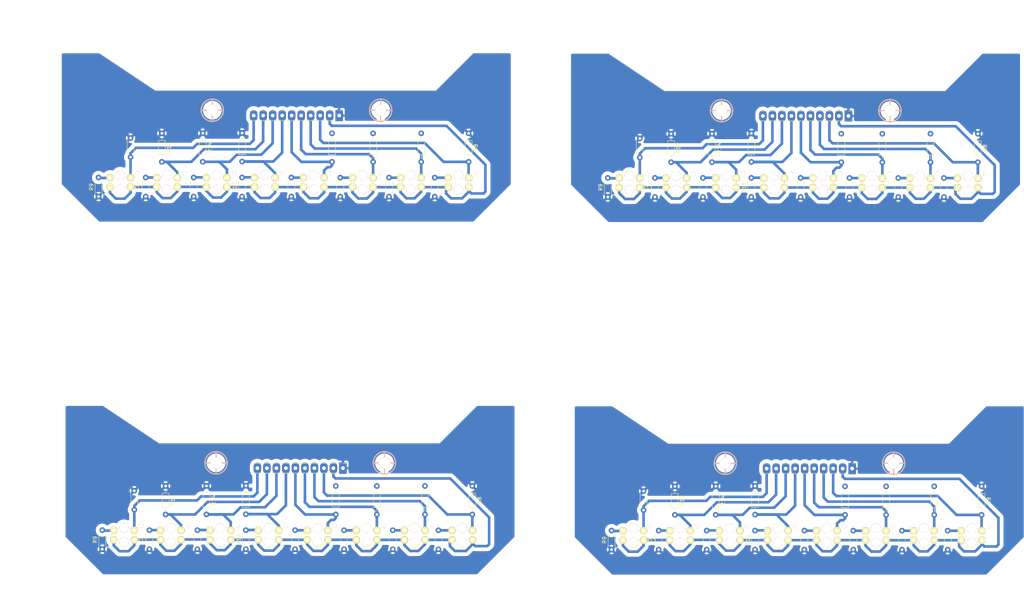
<source format=kicad_pcb>
(kicad_pcb (version 20240108) (generator "pcbnew") (generator_version "8.0")
  (layers (0 "F.Cu" signal) (31 "B.Cu" signal) (34 "B.Paste" user) (35 "F.Paste" user) (36 "B.SilkS" user "B.Silkscreen") (37 "F.SilkS" user "F.Silkscreen") (38 "B.Mask" user) (39 "F.Mask" user) (44 "Edge.Cuts" user))
  (net 0 "")
  (net 1 "+5V")
  (net 2 "GND")
  (net 3 "/OUT2")
  (net 4 "/OUT3")
  (net 5 "/OUT4")
  (net 6 "/OUT5")
  (net 7 "/OUT6")
  (net 8 "/OUT7")
  (net 9 "/OUT8")
  (net 10 "Net-(R9-Pad2)")
  (net 11 "Net-(R1-Pad2)")
  (net 12 "Net-(R3-Pad2)")
  (net 13 "Net-(R5-Pad2)")
  (net 14 "/OUT1")
  (net 15 "Net-(R7-Pad2)")
  (net 16 "Net-(R11-Pad2)")
  (net 17 "Net-(R13-Pad2)")
  (net 18 "Net-(R15-Pad2)")
  (footprint "Resistor_THT:R_Axial_DIN0204_L3.6mm_D1.6mm_P7.62mm_Horizontal" (layer "F.Cu") (at 206.921 54.19 -90)
    (property "Reference" "R16" (hide yes))
    (property "Value" "1k" (hide yes))
  )
  (footprint "Resistor_THT:R_Axial_DIN0204_L3.6mm_D1.6mm_P7.62mm_Horizontal" (layer "F.Cu") (at 118.681 54.164 -90)
    (property "Reference" "R2" (hide yes))
    (property "Value" "1k" (hide yes))
  )
  (footprint "EESTN5 huellas:Tornillo_M3_8mm" (layer "F.Cu") (at 198.952 48.09)
    (property "Reference" "J1" (hide yes))
    (property "Value" "Cable_PAD" (hide yes))
  )
  (footprint "EESTN5:TCRT5000" (layer "F.Cu") (at 116.931 161.544 180)
    (property "Reference" "U3" (hide yes))
    (property "Value" "TCRT5000" (hide yes))
  )
  (footprint "Resistor_THT:R_Axial_DIN0204_L3.6mm_D1.6mm_P7.62mm_Horizontal" (layer "F.Cu") (at 230.951 54.27 -90)
    (property "Reference" "R4" (hide yes))
    (property "Value" "1k" (hide yes))
  )
  (footprint "Resistor_THT:R_Axial_DIN0204_L3.6mm_D1.6mm_P5.08mm_Horizontal" (layer "F.Cu") (at 169.551 165.41 90)
    (property "Reference" "R9")
    (property "Value" "330")
  )
  (footprint "EESTN5 huellas:Tornillo_M3_8mm" (layer "F.Cu") (at 108.845 142.234)
    (property "Reference" "J3" (hide yes))
    (property "Value" "Cable_PAD" (hide yes))
  )
  (footprint "Resistor_THT:R_Axial_DIN0204_L3.6mm_D1.6mm_P7.62mm_Horizontal" (layer "F.Cu") (at 49.364 54.164 -90)
    (property "Reference" "R12")
    (property "Value" "1k")
  )
  (footprint "Resistor_THT:R_Axial_DIN0204_L3.6mm_D1.6mm_P7.62mm_Horizontal" (layer "F.Cu") (at 268.451 148.52 -90)
    (property "Reference" "R8")
    (property "Value" "1k")
  )
  (footprint "Resistor_THT:R_Axial_DIN0204_L3.6mm_D1.6mm_P7.62mm_Horizontal" (layer "F.Cu") (at 231.951 148.52 -90)
    (property "Reference" "R4" (hide yes))
    (property "Value" "1k" (hide yes))
  )
  (footprint "EESTN5:TCRT5000" (layer "F.Cu") (at 201.114931 161.63 180)
    (property "Reference" "U9" (hide yes))
    (property "Value" "TCRT5000" (hide yes))
  )
  (footprint "EESTN5:TCRT5000" (layer "F.Cu") (at 265.751 161.65 180)
    (property "Reference" "U6" (hide yes))
    (property "Value" "TCRT5000" (hide yes))
  )
  (footprint "EESTN5:TCRT5000" (layer "F.Cu") (at 77.880213 161.524 180)
    (property "Reference" "U10" (hide yes))
    (property "Value" "TCRT5000" (hide yes))
  )
  (footprint "Resistor_THT:R_Axial_DIN0204_L3.6mm_D1.6mm_P5.08mm_Horizontal" (layer "F.Cu") (at 181.151 71.16 90)
    (property "Reference" "R11")
    (property "Value" "330" (hide yes))
  )
  (footprint "EESTN5:TCRT5000" (layer "F.Cu") (at 64.007931 67.274 180)
    (property "Reference" "U9" (hide yes))
    (property "Value" "TCRT5000" (hide yes))
  )
  (footprint "Resistor_THT:R_Axial_DIN0204_L3.6mm_D1.6mm_P5.08mm_Horizontal" (layer "F.Cu") (at 40.995 55.434 -90)
    (property "Reference" "R10" (hide yes))
    (property "Value" "1k" (hide yes))
  )
  (footprint "Resistor_THT:R_Axial_DIN0204_L3.6mm_D1.6mm_P5.08mm_Horizontal" (layer "F.Cu") (at 221.083 165.41 90)
    (property "Reference" "R3" (hide yes))
    (property "Value" "330" (hide yes))
  )
  (footprint "Connector_PinHeader_2.54mm:PinHeader_1x10_P2.54mm_Vertical" (layer "F.Cu") (at 97.754 143.654 -90)
    (property "Reference" "J2" (hide yes))
    (property "Value" "Conn_01x10_Socket")
  )
  (footprint "Resistor_THT:R_Axial_DIN0204_L3.6mm_D1.6mm_P5.08mm_Horizontal" (layer "F.Cu") (at 84.976 165.304 90)
    (property "Reference" "R3" (hide yes))
    (property "Value" "330" (hide yes))
  )
  (footprint "EESTN5:TCRT5000" (layer "F.Cu") (at 51.744 161.524 180)
    (property "Reference" "U8" (hide yes))
    (property "Value" "TCRT5000" (hide yes))
  )
  (footprint "EESTN5:TCRT5000" (layer "F.Cu") (at 264.751 67.4 180)
    (property "Reference" "U6" (hide yes))
    (property "Value" "TCRT5000" (hide yes))
  )
  (footprint "EESTN5:TCRT5000" (layer "F.Cu") (at 240.178 161.65 180)
    (property "Reference" "U5" (hide yes))
    (property "Value" "TCRT5000" (hide yes))
  )
  (footprint "Resistor_THT:R_Axial_DIN0204_L3.6mm_D1.6mm_P5.08mm_Horizontal" (layer "F.Cu") (at 178.102 149.79 -90)
    (property "Reference" "R10" (hide yes))
    (property "Value" "1k" (hide yes))
  )
  (footprint "EESTN5:TCRT5000" (layer "F.Cu") (at 129.644 161.544 180)
    (property "Reference" "U6" (hide yes))
    (property "Value" "TCRT5000" (hide yes))
  )
  (footprint "Resistor_THT:R_Axial_DIN0204_L3.6mm_D1.6mm_P5.08mm_Horizontal" (layer "F.Cu") (at 193.973 71.16 90)
    (property "Reference" "R13" (hide yes))
    (property "Value" "330" (hide yes))
  )
  (footprint "Resistor_THT:R_Axial_DIN0204_L3.6mm_D1.6mm_P5.08mm_Horizontal" (layer "F.Cu") (at 123.281 165.334 90)
    (property "Reference" "R7" (hide yes))
    (property "Value" "330" (hide yes))
  )
  (footprint "Resistor_THT:R_Axial_DIN0204_L3.6mm_D1.6mm_P5.08mm_Horizontal" (layer "F.Cu") (at 71.796 165.304 90)
    (property "Reference" "R15")
    (property "Value" "330")
  )
  (footprint "EESTN5:TCRT5000" (layer "F.Cu") (at 187.851 161.63 180)
    (property "Reference" "U8" (hide yes))
    (property "Value" "TCRT5000" (hide yes))
  )
  (footprint "EESTN5:TCRT5000" (layer "F.Cu") (at 38.244 67.274 180)
    (property "Reference" "U1" (hide yes))
    (property "Value" "TCRT5000" (hide yes))
  )
  (footprint "EESTN5:TCRT5000" (layer "F.Cu") (at 239.178 67.4 180)
    (property "Reference" "U5" (hide yes))
    (property "Value" "TCRT5000" (hide yes))
  )
  (footprint "EESTN5:TCRT5000" (layer "F.Cu") (at 200.114931 67.38 180)
    (property "Reference" "U9" (hide yes))
    (property "Value" "TCRT5000" (hide yes))
  )
  (footprint "EESTN5:TCRT5000" (layer "F.Cu") (at 186.851 67.38 180)
    (property "Reference" "U8" (hide yes))
    (property "Value" "TCRT5000" (hide yes))
  )
  (footprint "Resistor_THT:R_Axial_DIN0204_L3.6mm_D1.6mm_P5.08mm_Horizontal" (layer "F.Cu") (at 207.903 165.41 90)
    (property "Reference" "R15")
    (property "Value" "330")
  )
  (footprint "EESTN5:TCRT5000" (layer "F.Cu") (at 50.744 67.274 180)
    (property "Reference" "U8" (hide yes))
    (property "Value" "TCRT5000" (hide yes))
  )
  (footprint "Resistor_THT:R_Axial_DIN0204_L3.6mm_D1.6mm_P7.62mm_Horizontal" (layer "F.Cu") (at 60.284 54.144 -90)
    (property "Reference" "R14")
    (property "Value" "1k")
  )
  (footprint "Resistor_THT:R_Axial_DIN0204_L3.6mm_D1.6mm_P5.08mm_Horizontal" (layer "F.Cu") (at 234.154 165.43 90)
    (property "Reference" "R5" (hide yes))
    (property "Value" "330" (hide yes))
  )
  (footprint "Resistor_THT:R_Axial_DIN0204_L3.6mm_D1.6mm_P5.08mm_Horizontal" (layer "F.Cu") (at 246.179 71.18 90)
    (property "Reference" "R1" (hide yes))
    (property "Value" "330" (hide yes))
  )
  (footprint "Resistor_THT:R_Axial_DIN0204_L3.6mm_D1.6mm_P7.62mm_Horizontal" (layer "F.Cu") (at 207.921 148.44 -90)
    (property "Reference" "R16" (hide yes))
    (property "Value" "1k" (hide yes))
  )
  (footprint "EESTN5 huellas:Tornillo_M3_8mm" (layer "F.Cu") (at 243.952 48.09)
    (property "Reference" "J3" (hide yes))
    (property "Value" "Cable_PAD" (hide yes))
  )
  (footprint "Resistor_THT:R_Axial_DIN0204_L3.6mm_D1.6mm_P5.08mm_Horizontal" (layer "F.Cu") (at 220.083 71.16 90)
    (property "Reference" "R3" (hide yes))
    (property "Value" "330" (hide yes))
  )
  (footprint "Resistor_THT:R_Axial_DIN0204_L3.6mm_D1.6mm_P7.62mm_Horizontal" (layer "F.Cu") (at 197.391 148.5 -90)
    (property "Reference" "R14")
    (property "Value" "1k")
  )
  (footprint "Resistor_THT:R_Axial_DIN0204_L3.6mm_D1.6mm_P5.08mm_Horizontal" (layer "F.Cu") (at 111.072 165.324 90)
    (property "Reference" "R1" (hide yes))
    (property "Value" "330" (hide yes))
  )
  (footprint "Resistor_THT:R_Axial_DIN0204_L3.6mm_D1.6mm_P5.08mm_Horizontal" (layer "F.Cu") (at 122.281 71.084 90)
    (property "Reference" "R7" (hide yes))
    (property "Value" "330" (hide yes))
  )
  (footprint "EESTN5:TCRT5000" (layer "F.Cu") (at 227.083 161.63 180)
    (property "Reference" "U4" (hide yes))
    (property "Value" "TCRT5000" (hide yes))
  )
  (footprint "Resistor_THT:R_Axial_DIN0204_L3.6mm_D1.6mm_P5.08mm_Horizontal" (layer "F.Cu") (at 33.444 165.304 90)
    (property "Reference" "R9")
    (property "Value" "330")
  )
  (footprint "Resistor_THT:R_Axial_DIN0204_L3.6mm_D1.6mm_P7.62mm_Horizontal" (layer "F.Cu") (at 196.391 54.25 -90)
    (property "Reference" "R14")
    (property "Value" "1k")
  )
  (footprint "Resistor_THT:R_Axial_DIN0204_L3.6mm_D1.6mm_P7.62mm_Horizontal" (layer "F.Cu") (at 119.681 148.414 -90)
    (property "Reference" "R2" (hide yes))
    (property "Value" "1k" (hide yes))
  )
  (footprint "Resistor_THT:R_Axial_DIN0204_L3.6mm_D1.6mm_P7.62mm_Horizontal" (layer "F.Cu") (at 131.344 54.164 -90)
    (property "Reference" "R8")
    (property "Value" "1k")
  )
  (footprint "Resistor_THT:R_Axial_DIN0204_L3.6mm_D1.6mm_P7.62mm_Horizontal" (layer "F.Cu") (at 186.471 148.52 -90)
    (property "Reference" "R12")
    (property "Value" "1k")
  )
  (footprint "Resistor_THT:R_Axial_DIN0204_L3.6mm_D1.6mm_P7.62mm_Horizontal" (layer "F.Cu") (at 106.821 148.424 -90)
    (property "Reference" "R6" (hide yes))
    (property "Value" "1k" (hide yes))
  )
  (footprint "Resistor_THT:R_Axial_DIN0204_L3.6mm_D1.6mm_P5.08mm_Horizontal" (layer "F.Cu") (at 98.047 165.324 90)
    (property "Reference" "R5" (hide yes))
    (property "Value" "330" (hide yes))
  )
  (footprint "Resistor_THT:R_Axial_DIN0204_L3.6mm_D1.6mm_P5.08mm_Horizontal" (layer "F.Cu") (at 168.551 71.16 90)
    (property "Reference" "R9")
    (property "Value" "330")
  )
  (footprint "Resistor_THT:R_Axial_DIN0204_L3.6mm_D1.6mm_P5.08mm_Horizontal" (layer "F.Cu") (at 194.973 165.41 90)
    (property "Reference" "R13" (hide yes))
    (property "Value" "330" (hide yes))
  )
  (footprint "Resistor_THT:R_Axial_DIN0204_L3.6mm_D1.6mm_P5.08mm_Horizontal" (layer "F.Cu") (at 97.047 71.074 90)
    (property "Reference" "R5" (hide yes))
    (property "Value" "330" (hide yes))
  )
  (footprint "Resistor_THT:R_Axial_DIN0204_L3.6mm_D1.6mm_P7.62mm_Horizontal" (layer "F.Cu") (at 71.814 148.334 -90)
    (property "Reference" "R16" (hide yes))
    (property "Value" "1k" (hide yes))
  )
  (footprint "Resistor_THT:R_Axial_DIN0204_L3.6mm_D1.6mm_P7.62mm_Horizontal" (layer "F.Cu") (at 132.344 148.414 -90)
    (property "Reference" "R8")
    (property "Value" "1k")
  )
  (footprint "EESTN5 huellas:Tornillo_M3_8mm" (layer "F.Cu") (at 199.952 142.34)
    (property "Reference" "J1" (hide yes))
    (property "Value" "Cable_PAD" (hide yes))
  )
  (footprint "Resistor_THT:R_Axial_DIN0204_L3.6mm_D1.6mm_P5.08mm_Horizontal" (layer "F.Cu") (at 83.976 71.054 90)
    (property "Reference" "R3" (hide yes))
    (property "Value" "330" (hide yes))
  )
  (footprint "Resistor_THT:R_Axial_DIN0204_L3.6mm_D1.6mm_P7.62mm_Horizontal" (layer "F.Cu") (at 242.928 148.53 -90)
    (property "Reference" "R6" (hide yes))
    (property "Value" "1k" (hide yes))
  )
  (footprint "Resistor_THT:R_Axial_DIN0204_L3.6mm_D1.6mm_P7.62mm_Horizontal" (layer "F.Cu") (at 50.364 148.414 -90)
    (property "Reference" "R12")
    (property "Value" "1k")
  )
  (footprint "Resistor_THT:R_Axial_DIN0204_L3.6mm_D1.6mm_P5.08mm_Horizontal" (layer "F.Cu") (at 57.866 71.054 90)
    (property "Reference" "R13" (hide yes))
    (property "Value" "330" (hide yes))
  )
  (footprint "EESTN5:TCRT5000" (layer "F.Cu") (at 128.644 67.294 180)
    (property "Reference" "U6" (hide yes))
    (property "Value" "TCRT5000" (hide yes))
  )
  (footprint "Resistor_THT:R_Axial_DIN0204_L3.6mm_D1.6mm_P5.08mm_Horizontal" (layer "F.Cu") (at 58.866 165.304 90)
    (property "Reference" "R13" (hide yes))
    (property "Value" "330" (hide yes))
  )
  (footprint "EESTN5:TCRT5000" (layer "F.Cu") (at 39.244 161.524 180)
    (property "Reference" "U1" (hide yes))
    (property "Value" "TCRT5000" (hide yes))
  )
  (footprint "EESTN5:TCRT5000" (layer "F.Cu") (at 76.880213 67.274 180)
    (property "Reference" "U10" (hide yes))
    (property "Value" "TCRT5000" (hide yes))
  )
  (footprint "EESTN5:TCRT5000" (layer "F.Cu") (at 226.083 67.38 180)
    (property "Reference" "U4" (hide yes))
    (property "Value" "TCRT5000" (hide yes))
  )
  (footprint "Resistor_THT:R_Axial_DIN0204_L3.6mm_D1.6mm_P5.08mm_Horizontal" (layer "F.Cu") (at 32.444 71.054 90)
    (property "Reference" "R9")
    (property "Value" "330")
  )
  (footprint "Connector_PinHeader_2.54mm:PinHeader_1x10_P2.54mm_Vertical" (layer "F.Cu") (at 233.861 143.76 -90)
    (property "Reference" "J2" (hide yes))
    (property "Value" "Conn_01x10_Socket")
  )
  (footprint "Resistor_THT:R_Axial_DIN0204_L3.6mm_D1.6mm_P5.08mm_Horizontal" (layer "F.Cu") (at 45.044 71.054 90)
    (property "Reference" "R11")
    (property "Value" "330" (hide yes))
  )
  (footprint "Resistor_THT:R_Axial_DIN0204_L3.6mm_D1.6mm_P7.62mm_Horizontal" (layer "F.Cu") (at 241.928 54.28 -90)
    (property "Reference" "R6" (hide yes))
    (property "Value" "1k" (hide yes))
  )
  (footprint "Resistor_THT:R_Axial_DIN0204_L3.6mm_D1.6mm_P5.08mm_Horizontal" (layer "F.Cu") (at 259.388 165.44 90)
    (property "Reference" "R7" (hide yes))
    (property "Value" "330" (hide yes))
  )
  (footprint "Resistor_THT:R_Axial_DIN0204_L3.6mm_D1.6mm_P5.08mm_Horizontal" (layer "F.Cu") (at 70.796 71.054 90)
    (property "Reference" "R15")
    (property "Value" "330")
  )
  (footprint "Resistor_THT:R_Axial_DIN0204_L3.6mm_D1.6mm_P5.08mm_Horizontal" (layer "F.Cu") (at 177.102 55.54 -90)
    (property "Reference" "R10" (hide yes))
    (property "Value" "1k" (hide yes))
  )
  (footprint "Connector_PinHeader_2.54mm:PinHeader_1x10_P2.54mm_Vertical" (layer "F.Cu") (at 232.861 49.51 -90)
    (property "Reference" "J2" (hide yes))
    (property "Value" "Conn_01x10_Socket")
  )
  (footprint "Resistor_THT:R_Axial_DIN0204_L3.6mm_D1.6mm_P5.08mm_Horizontal" (layer "F.Cu") (at 110.072 71.074 90)
    (property "Reference" "R1" (hide yes))
    (property "Value" "330" (hide yes))
  )
  (footprint "Resistor_THT:R_Axial_DIN0204_L3.6mm_D1.6mm_P5.08mm_Horizontal" (layer "F.Cu") (at 46.044 165.304 90)
    (property "Reference" "R11")
    (property "Value" "330" (hide yes))
  )
  (footprint "EESTN5 huellas:Tornillo_M3_8mm" (layer "F.Cu") (at 62.845 47.984)
    (property "Reference" "J1" (hide yes))
    (property "Value" "Cable_PAD" (hide yes))
  )
  (footprint "Resistor_THT:R_Axial_DIN0204_L3.6mm_D1.6mm_P7.62mm_Horizontal" (layer "F.Cu") (at 254.788 54.27 -90)
    (property "Reference" "R2" (hide yes))
    (property "Value" "1k" (hide yes))
  )
  (footprint "EESTN5:TCRT5000" (layer "F.Cu") (at 65.007931 161.524 180)
    (property "Reference" "U9" (hide yes))
    (property "Value" "TCRT5000" (hide yes))
  )
  (footprint "Resistor_THT:R_Axial_DIN0204_L3.6mm_D1.6mm_P5.08mm_Horizontal" (layer "F.Cu") (at 182.151 165.41 90)
    (property "Reference" "R11")
    (property "Value" "330" (hide yes))
  )
  (footprint "Connector_PinHeader_2.54mm:PinHeader_1x10_P2.54mm_Vertical" (layer "F.Cu") (at 96.754 49.404 -90)
    (property "Reference" "J2" (hide yes))
    (property "Value" "Conn_01x10_Socket")
  )
  (footprint "EESTN5 huellas:Tornillo_M3_8mm" (layer "F.Cu") (at 63.845 142.234)
    (property "Reference" "J1" (hide yes))
    (property "Value" "Cable_PAD" (hide yes))
  )
  (footprint "EESTN5:TCRT5000" (layer "F.Cu") (at 103.071 67.294 180)
    (property "Reference" "U5" (hide yes))
    (property "Value" "TCRT5000" (hide yes))
  )
  (footprint "EESTN5:TCRT5000" (layer "F.Cu") (at 252.038 67.4 180)
    (property "Reference" "U3" (hide yes))
    (property "Value" "TCRT5000" (hide yes))
  )
  (footprint "Resistor_THT:R_Axial_DIN0204_L3.6mm_D1.6mm_P5.08mm_Horizontal" (layer "F.Cu") (at 247.179 165.43 90)
    (property "Reference" "R1" (hide yes))
    (property "Value" "330" (hide yes))
  )
  (footprint "EESTN5:TCRT5000" (layer "F.Cu") (at 253.038 161.65 180)
    (property "Reference" "U3" (hide yes))
    (property "Value" "TCRT5000" (hide yes))
  )
  (footprint "Resistor_THT:R_Axial_DIN0204_L3.6mm_D1.6mm_P5.08mm_Horizontal" (layer "F.Cu") (at 41.995 149.684 -90)
    (property "Reference" "R10" (hide yes))
    (property "Value" "1k" (hide yes))
  )
  (footprint "Resistor_THT:R_Axial_DIN0204_L3.6mm_D1.6mm_P5.08mm_Horizontal" (layer "F.Cu") (at 258.388 71.19 90)
    (property "Reference" "R7" (hide yes))
    (property "Value" "330" (hide yes))
  )
  (footprint "Resistor_THT:R_Axial_DIN0204_L3.6mm_D1.6mm_P7.62mm_Horizontal" (layer "F.Cu") (at 255.788 148.52 -90)
    (property "Reference" "R2" (hide yes))
    (property "Value" "1k" (hide yes))
  )
  (footprint "Resistor_THT:R_Axial_DIN0204_L3.6mm_D1.6mm_P7.62mm_Horizontal" (layer "F.Cu") (at 94.844 54.164 -90)
    (property "Reference" "R4" (hide yes))
    (property "Value" "1k" (hide yes))
  )
  (footprint "Resistor_THT:R_Axial_DIN0204_L3.6mm_D1.6mm_P5.08mm_Horizontal" (layer "F.Cu") (at 233.154 71.18 90)
    (property "Reference" "R5" (hide yes))
    (property "Value" "330" (hide yes))
  )
  (footprint "EESTN5 huellas:Tornillo_M3_8mm" (layer "F.Cu") (at 107.845 47.984)
    (property "Reference" "J3" (hide yes))
    (property "Value" "Cable_PAD" (hide yes))
  )
  (footprint "EESTN5 huellas:Tornillo_M3_8mm" (layer "F.Cu") (at 244.952 142.34)
    (property "Reference" "J3" (hide yes))
    (property "Value" "Cable_PAD" (hide yes))
  )
  (footprint "EESTN5:TCRT5000" (layer "F.Cu") (at 213.987213 161.63 180)
    (property "Reference" "U10" (hide yes))
    (property "Value" "TCRT5000" (hide yes))
  )
  (footprint "EESTN5:TCRT5000" (layer "F.Cu") (at 212.987213 67.38 180)
    (property "Reference" "U10" (hide yes))
    (property "Value" "TCRT5000" (hide yes))
  )
  (footprint "EESTN5:TCRT5000" (layer "F.Cu") (at 90.976 161.524 180)
    (property "Reference" "U4" (hide yes))
    (property "Value" "TCRT5000" (hide yes))
  )
  (footprint "Resistor_THT:R_Axial_DIN0204_L3.6mm_D1.6mm_P7.62mm_Horizontal" (layer "F.Cu") (at 185.471 54.27 -90)
    (property "Reference" "R12")
    (property "Value" "1k")
  )
  (footprint "Resistor_THT:R_Axial_DIN0204_L3.6mm_D1.6mm_P5.08mm_Horizontal" (layer "F.Cu") (at 206.903 71.16 90)
    (property "Reference" "R15")
    (property "Value" "330")
  )
  (footprint "Resistor_THT:R_Axial_DIN0204_L3.6mm_D1.6mm_P7.62mm_Horizontal" (layer "F.Cu") (at 70.814 54.084 -90)
    (property "Reference" "R16" (hide yes))
    (property "Value" "1k" (hide yes))
  )
  (footprint "EESTN5:TCRT5000" (layer "F.Cu") (at 174.351 67.38 180)
    (property "Reference" "U1" (hide yes))
    (property "Value" "TCRT5000" (hide yes))
  )
  (footprint "EESTN5:TCRT5000" (layer "F.Cu") (at 175.351 161.63 180)
    (property "Reference" "U1" (hide yes))
    (property "Value" "TCRT5000" (hide yes))
  )
  (footprint "EESTN5:TCRT5000" (layer "F.Cu") (at 104.071 161.544 180)
    (property "Reference" "U5" (hide yes))
    (property "Value" "TCRT5000" (hide yes))
  )
  (footprint "EESTN5:TCRT5000" (layer "F.Cu") (at 115.931 67.294 180)
    (property "Reference" "U3" (hide yes))
    (property "Value" "TCRT5000" (hide yes))
  )
  (footprint "Resistor_THT:R_Axial_DIN0204_L3.6mm_D1.6mm_P7.62mm_Horizontal" (layer "F.Cu") (at 267.451 54.27 -90)
    (property "Reference" "R8")
    (property "Value" "1k")
  )
  (footprint "Resistor_THT:R_Axial_DIN0204_L3.6mm_D1.6mm_P7.62mm_Horizontal" (layer "F.Cu") (at 61.284 148.394 -90)
    (property "Reference" "R14")
    (property "Value" "1k")
  )
  (footprint "EESTN5:TCRT5000" (layer "F.Cu") (at 89.976 67.274 180)
    (property "Reference" "U4" (hide yes))
    (property "Value" "TCRT5000" (hide yes))
  )
  (footprint "Resistor_THT:R_Axial_DIN0204_L3.6mm_D1.6mm_P7.62mm_Horizontal" (layer "F.Cu") (at 95.844 148.414 -90)
    (property "Reference" "R4" (hide yes))
    (property "Value" "1k" (hide yes))
  )
  (footprint "Resistor_THT:R_Axial_DIN0204_L3.6mm_D1.6mm_P7.62mm_Horizontal" (layer "F.Cu") (at 105.821 54.174 -90)
    (property "Reference" "R6" (hide yes))
    (property "Value" "1k" (hide yes))
  )
  (segment (start 271.951 69.84) (end 271.451 70.34) (width 0.7) (layer "B.Cu") (net 1))
  (segment (start 223.333 69.985) (end 223.333 68.65) (width 0.7) (layer "B.Cu") (net 1))
  (segment (start 228.833 68.65) (end 228.833 70.064213) (width 0.7) (layer "B.Cu") (net 1))
  (segment (start 118.681 69.767402) (end 118.681 68.564) (width 0.7) (layer "B.Cu") (net 1))
  (segment (start 105.212 165.834) (end 106.821 164.225) (width 0.7) (layer "B.Cu") (net 1))
  (segment (start 237.428 162.71) (end 237.428 164.383) (width 0.7) (layer "B.Cu") (net 1))
  (segment (start 113.181 68.564) (end 113.181 69.978213) (width 0.7) (layer "B.Cu") (net 1))
  (segment (start 262.761 71.65) (end 261.457 70.346) (width 0.7) (layer "B.Cu") (net 1))
  (segment (start 125.35 70.24) (end 125.35 68.564) (width 0.7) (layer "B.Cu") (net 1))
  (segment (start 268.501 164.123402) (end 266.724402 165.9) (width 0.7) (layer "B.Cu") (net 1))
  (segment (start 61.257931 69.559483) (end 63.034529 71.336081) (width 0.7) (layer "B.Cu") (net 1))
  (segment (start 54.494 163.957402) (end 54.494 162.754) (width 0.7) (layer "B.Cu") (net 1))
  (segment (start 251.853787 165.9) (end 254.011402 165.9) (width 0.7) (layer "B.Cu") (net 1))
  (segment (start 242.928 164.331) (end 242.928 162.71) (width 0.7) (layer "B.Cu") (net 1))
  (segment (start 95.214 143.654) (end 95.214 145.854) (width 0.7) (layer "B.Cu") (net 1))
  (segment (start 231.321 145.96) (end 231.871 146.51) (width 0.7) (layer "B.Cu") (net 1))
  (segment (start 87.226 69.879) (end 87.226 68.544) (width 0.7) (layer "B.Cu") (net 1))
  (segment (start 237.408 162.9) (end 237.428 162.92) (width 0.7) (layer "B.Cu") (net 1))
  (segment (start 94.214 49.404) (end 94.214 51.604) (width 0.7) (layer "B.Cu") (net 1))
  (segment (start 47.994 69.918213) (end 49.559787 71.484) (width 0.7) (layer "B.Cu") (net 1))
  (segment (start 78.150213 71.444) (end 79.630213 69.964) (width 0.7) (layer "B.Cu") (net 1))
  (segment (start 272.951 156.93) (end 272.951 164.09) (width 0.7) (layer "B.Cu") (net 1))
  (segment (start 114.181 164.228213) (end 115.746787 165.794) (width 0.7) (layer "B.Cu") (net 1))
  (segment (start 202.864931 69.852081) (end 202.864931 68.462081) (width 0.7) (layer "B.Cu") (net 1))
  (segment (start 267.501 69.64) (end 267.501 68.67) (width 0.7) (layer "B.Cu") (net 1))
  (segment (start 75.696 71.444) (end 78.150213 71.444) (width 0.7) (layer "B.Cu") (net 1))
  (segment (start 41.994 164.298213) (end 41.994 162.884) (width 0.7) (layer "B.Cu") (net 1))
  (segment (start 100.301 68.544) (end 100.321 68.564) (width 0.7) (layer "B.Cu") (net 1))
  (segment (start 92.726 68.544) (end 100.301 68.544) (width 0.7) (layer "B.Cu") (net 1))
  (segment (start 172.601 164.404213) (end 174.166787 165.97) (width 0.7) (layer "B.Cu") (net 1))
  (segment (start 35.494 70.048213) (end 37.059787 71.614) (width 0.7) (layer "B.Cu") (net 1))
  (segment (start 173.166787 71.72) (end 175.535213 71.72) (width 0.7) (layer "B.Cu") (net 1))
  (segment (start 224.333 162.9) (end 216.737213 162.9) (width 0.7) (layer "B.Cu") (net 1))
  (segment (start 65.167931 71.336081) (end 66.757931 69.746081) (width 0.7) (layer "B.Cu") (net 1))
  (segment (start 126.35 164.49) (end 126.35 162.814) (width 0.7) (layer "B.Cu") (net 1))
  (segment (start 185.101 162.86) (end 185.101 164.274213) (width 0.7) (layer "B.Cu") (net 1))
  (segment (start 236.428 70.133) (end 237.985 71.69) (width 0.7) (layer "B.Cu") (net 1))
  (segment (start 62.257931 162.794) (end 62.257931 163.809483) (width 0.7) (layer "B.Cu") (net 1))
  (segment (start 74.130213 69.878213) (end 75.696 71.444) (width 0.7) (layer "B.Cu") (net 1))
  (segment (start 47.894 68.604) (end 47.994 68.504) (width 0.7) (layer "B.Cu") (net 1))
  (segment (start 75.130213 164.128213) (end 76.696 165.694) (width 0.7) (layer "B.Cu") (net 1))
  (segment (start 79.630213 69.964) (end 79.630213 68.464) (width 0.7) (layer "B.Cu") (net 1))
  (segment (start 87.226 68.544) (end 79.630213 68.544) (width 0.7) (layer "B.Cu") (net 1))
  (segment (start 104.212 71.584) (end 105.821 69.975) (width 0.7) (layer "B.Cu") (net 1))
  (segment (start 66.757931 69.746081) (end 66.757931 68.356081) (width 0.7) (layer "B.Cu") (net 1))
  (segment (start 254.788 69.873402) (end 254.788 68.67) (width 0.7) (layer "B.Cu") (net 1))
  (segment (start 80.630213 164.214) (end 80.630213 162.714) (width 0.7) (layer "B.Cu") (net 1))
  (segment (start 216.737213 164.32) (end 216.737213 162.82) (width 0.7) (layer "B.Cu") (net 1))
  (segment (start 184.001 68.71) (end 184.101 68.61) (width 0.7) (layer "B.Cu") (net 1))
  (segment (start 229.833 162.9) (end 229.833 164.314213) (width 0.7) (layer "B.Cu") (net 1))
  (segment (start 131.394 69.534) (end 131.394 68.564) (width 0.7) (layer "B.Cu") (net 1))
  (segment (start 91.160213 71.524) (end 88.871 71.524) (width 0.7) (layer "B.Cu") (net 1))
  (segment (start 237.428 164.383) (end 238.985 165.94) (width 0.7) (layer "B.Cu") (net 1))
  (segment (start 106.821 164.225) (end 106.821 162.604) (width 0.7) (layer "B.Cu") (net 1))
  (segment (start 48.994 162.754) (end 48.994 164.168213) (width 0.7) (layer "B.Cu") (net 1))
  (segment (start 172.601 162.99) (end 172.601 164.404213) (width 0.7) (layer "B.Cu") (net 1))
  (segment (start 215.257213 165.8) (end 216.737213 164.32) (width 0.7) (layer "B.Cu") (net 1))
  (segment (start 186.666787 165.84) (end 188.824402 165.84) (width 0.7) (layer "B.Cu") (net 1))
  (segment (start 132.394 162.814) (end 132.394 164.017402) (width 0.7) (layer "B.Cu") (net 1))
  (segment (start 202.864931 68.65) (end 210.237213 68.65) (width 0.7) (layer "B.Cu") (net 1))
  (segment (start 198.364931 163.915483) (end 200.141529 165.692081) (width 0.7) (layer "B.Cu") (net 1))
  (segment (start 171.601 68.74) (end 171.601 70.154213) (width 0.7) (layer "B.Cu") (net 1))
  (segment (start 93.726 162.794) (end 101.301 162.794) (width 0.7) (layer "B.Cu") (net 1))
  (segment (start 100.321 68.354) (end 100.321 70.027) (width 0.7) (layer "B.Cu") (net 1))
  (segment (start 132.394 163.784) (end 132.394 162.814) (width 0.7) (layer "B.Cu") (net 1))
  (segment (start 36.494 164.298213) (end 38.059787 165.864) (width 0.7) (layer "B.Cu") (net 1))
  (segment (start 250.288 164.334213) (end 251.853787 165.9) (width 0.7) (layer "B.Cu") (net 1))
  (segment (start 63.034529 71.336081) (end 65.167931 71.336081) (width 0.7) (layer "B.Cu") (net 1))
  (segment (start 201.274931 71.442081) (end 202.864931 69.852081) (width 0.7) (layer "B.Cu") (net 1))
  (segment (start 101.321 162.604) (end 101.321 164.277) (width 0.7) (layer "B.Cu") (net 1))
  (segment (start 269.201 164.59) (end 268.501 163.89) (width 0.7) (layer "B.Cu") (net 1))
  (segment (start 76.696 165.694) (end 79.150213 165.694) (width 0.7) (layer "B.Cu") (net 1))
  (segment (start 197.364931 69.665483) (end 199.141529 71.442081) (width 0.7) (layer "B.Cu") (net 1))
  (segment (start 92.726 69.958213) (end 91.160213 71.524) (width 0.7) (layer "B.Cu") (net 1))
  (segment (start 135.344 70.234) (end 132.094 70.234) (width 0.7) (layer "B.Cu") (net 1))
  (segment (start 178.101 164.404213) (end 178.101 162.99) (width 0.7) (layer "B.Cu") (net 1))
  (segment (start 249.288 70.084213) (end 250.853787 71.65) (width 0.7) (layer "B.Cu") (net 1))
  (segment (start 113.181 68.564) (end 105.821 68.564) (width 0.7) (layer "B.Cu") (net 1))
  (segment (start 126.35 162.814) (end 119.681 162.814) (width 0.7) (layer "B.Cu") (net 1))
  (segment (start 250.288 162.92) (end 250.288 164.334213) (width 0.7) (layer "B.Cu") (net 1))
  (segment (start 268.201 70.34) (end 267.501 69.64) (width 0.7) (layer "B.Cu") (net 1))
  (segment (start 51.717402 71.484) (end 53.494 69.707402) (width 0.7) (layer "B.Cu") (net 1))
  (segment (start 184.101 70.024213) (end 185.666787 71.59) (width 0.7) (layer "B.Cu") (net 1))
  (segment (start 116.904402 71.544) (end 118.681 69.767402) (width 0.7) (layer "B.Cu") (net 1))
  (segment (start 125.424 52.154) (end 135.844 62.574) (width 0.7) (layer "B.Cu") (net 1))
  (segment (start 185.101 164.274213) (end 186.666787 165.84) (width 0.7) (layer "B.Cu") (net 1))
  (segment (start 177.101 68.61) (end 184.101 68.61) (width 0.7) (layer "B.Cu") (net 1))
  (segment (start 132.394 164.017402) (end 130.617402 165.794) (width 0.7) (layer "B.Cu") (net 1))
  (segment (start 135.844 62.574) (end 135.844 69.734) (width 0.7) (layer "B.Cu") (net 1))
  (segment (start 126.424 146.404) (end 136.844 156.824) (width 0.7) (layer "B.Cu") (net 1))
  (segment (start 267.501 68.67) (end 267.501 69.873402) (width 0.7) (layer "B.Cu") (net 1))
  (segment (start 41.994 162.754) (end 48.994 162.754) (width 0.7) (layer "B.Cu") (net 1))
  (segment (start 53.494 69.707402) (end 53.494 68.504) (width 0.7) (layer "B.Cu") (net 1))
  (segment (start 224.333 164.235) (end 224.333 162.9) (width 0.7) (layer "B.Cu") (net 1))
  (segment (start 136.844 163.984) (end 136.344 164.484) (width 0.7) (layer "B.Cu") (net 1))
  (segment (start 187.824402 71.59) (end 189.601 69.813402) (width 0.7) (layer "B.Cu") (net 1))
  (segment (start 230.321 49.51) (end 230.321 51.71) (width 0.7) (layer "B.Cu") (net 1))
  (segment (start 225.978 165.88) (end 224.333 164.235) (width 0.7) (layer "B.Cu") (net 1))
  (segment (start 237.985 71.69) (end 240.319 71.69) (width 0.7) (layer "B.Cu") (net 1))
  (segment (start 250.853787 71.65) (end 253.011402 71.65) (width 0.7) (layer "B.Cu") (net 1))
  (segment (start 230.321 51.71) (end 230.871 52.26) (width 0.7) (layer "B.Cu") (net 1))
  (segment (start 131.394 68.564) (end 131.394 69.767402) (width 0.7) (layer "B.Cu") (net 1))
  (segment (start 88.226 162.794) (end 80.630213 162.794) (width 0.7) (layer "B.Cu") (net 1))
  (segment (start 66.167931 165.586081) (end 67.757931 163.996081) (width 0.7) (layer "B.Cu") (net 1))
  (segment (start 62.257931 162.606081) (end 62.257931 163.809483) (width 0.7) (layer "B.Cu") (net 1))
  (segment (start 215.737213 70.07) (end 215.737213 68.57) (width 0.7) (layer "B.Cu") (net 1))
  (segment (start 40.994 68.504) (end 47.994 68.504) (width 0.7) (layer "B.Cu") (net 1))
  (segment (start 253.011402 71.65) (end 254.788 69.873402) (width 0.7) (layer "B.Cu") (net 1))
  (segment (start 175.535213 71.72) (end 177.101 70.154213) (width 0.7) (layer "B.Cu") (net 1))
  (segment (start 185.001 162.96) (end 185.101 162.86) (width 0.7) (layer "B.Cu") (net 1))
  (segment (start 236.408 68.65) (end 236.428 68.67) (width 0.7) (layer "B.Cu") (net 1))
  (segment (start 94.214 51.604) (end 94.764 52.154) (width 0.7) (layer "B.Cu") (net 1))
  (segment (start 125.35 68.564) (end 118.681 68.564) (width 0.7) (layer "B.Cu") (net 1))
  (segment (start 203.864931 164.102081) (end 203.864931 162.712081) (width 0.7) (layer "B.Cu") (net 1))
  (segment (start 92.726 68.544) (end 92.726 69.958213) (width 0.7) (layer "B.Cu") (net 1))
  (segment (start 266.724402 165.9) (end 263.761 165.9) (width 0.7) (layer "B.Cu") (net 1))
  (segment (start 117.904402 165.794) (end 119.681 164.017402) (width 0.7) (layer "B.Cu") (net 1))
  (segment (start 40.994 70.048213) (end 40.994 68.634) (width 0.7) (layer "B.Cu") (net 1))
  (segment (start 188.824402 165.84) (end 190.601 164.063402) (width 0.7) (layer "B.Cu") (net 1))
  (segment (start 136.844 156.824) (end 136.844 163.984) (width 0.7) (layer "B.Cu") (net 1))
  (segment (start 67.757931 163.996081) (end 67.757931 162.606081) (width 0.7) (layer "B.Cu") (net 1))
  (segment (start 211.237213 164.234213) (end 212.803 165.8) (width 0.7) (layer "B.Cu") (net 1))
  (segment (start 105.821 69.975) (end 105.821 68.354) (width 0.7) (layer "B.Cu") (net 1))
  (segment (start 40.428213 165.864) (end 41.994 164.298213) (width 0.7) (layer "B.Cu") (net 1))
  (segment (start 241.928 70.081) (end 241.928 68.46) (width 0.7) (layer "B.Cu") (net 1))
  (segment (start 211.237213 162.82) (end 211.237213 164.234213) (width 0.7) (layer "B.Cu") (net 1))
  (segment (start 189.601 69.813402) (end 189.601 68.61) (width 0.7) (layer "B.Cu") (net 1))
  (segment (start 197.364931 68.65) (end 197.364931 69.665483) (width 0.7) (layer "B.Cu") (net 1))
  (segment (start 212.803 165.8) (end 215.257213 165.8) (width 0.7) (layer "B.Cu") (net 1))
  (segment (start 227.267213 71.63) (end 224.978 71.63) (width 0.7) (layer "B.Cu") (net 1))
  (segment (start 229.833 162.9) (end 237.408 162.9) (width 0.7) (layer "B.Cu") (net 1))
  (segment (start 102.878 165.834) (end 105.212 165.834) (width 0.7) (layer "B.Cu") (net 1))
  (segment (start 48.894 162.854) (end 48.994 162.754) (width 0.7) (layer "B.Cu") (net 1))
  (segment (start 136.344 164.484) (end 133.094 164.484) (width 0.7) (layer "B.Cu") (net 1))
  (segment (start 66.757931 68.544) (end 74.130213 68.544) (width 0.7) (layer "B.Cu") (net 1))
  (segment (start 228.833 70.064213) (end 227.267213 71.63) (width 0.7) (layer "B.Cu") (net 1))
  (segment (start 254.011402 165.9) (end 255.788 164.123402) (width 0.7) (layer "B.Cu") (net 1))
  (segment (start 61.257931 68.464) (end 53.494 68.464) (width 0.7) (layer "B.Cu") (net 1))
  (segment (start 95.764 146.404) (end 126.424 146.404) (width 0.7) (layer "B.Cu") (net 1))
  (segment (start 62.257931 163.809483) (end 64.034529 165.586081) (width 0.7) (layer "B.Cu") (net 1))
  (segment (start 47.994 68.504) (end 47.994 69.918213) (width 0.7) (layer "B.Cu") (net 1))
  (segment (start 114.181 162.814) (end 114.181 164.228213) (width 0.7) (layer "B.Cu") (net 1))
  (segment (start 132.094 70.234) (end 131.394 69.534) (width 0.7) (layer "B.Cu") (net 1))
  (segment (start 113.181 69.978213) (end 114.746787 71.544) (width 0.7) (layer "B.Cu") (net 1))
  (segment (start 272.951 164.09) (end 272.451 164.59) (width 0.7) (layer "B.Cu") (net 1))
  (segment (start 268.501 163.89) (end 268.501 162.92) (width 0.7) (layer "B.Cu") (net 1))
  (segment (start 199.141529 71.442081) (end 201.274931 71.442081) (width 0.7) (layer "B.Cu") (net 1))
  (segment (start 38.059787 165.864) (end 40.428213 165.864) (width 0.7) (layer "B.Cu") (net 1))
  (segment (start 240.319 71.69) (end 241.928 70.081) (width 0.7) (layer "B.Cu") (net 1))
  (segment (start 135.844 69.734) (end 135.344 70.234) (width 0.7) (layer "B.Cu") (net 1))
  (segment (start 49.559787 71.484) (end 51.717402 71.484) (width 0.7) (layer "B.Cu") (net 1))
  (segment (start 197.364931 68.57) (end 189.601 68.57) (width 0.7) (layer "B.Cu") (net 1))
  (segment (start 119.681 164.017402) (end 119.681 162.814) (width 0.7) (layer "B.Cu") (net 1))
  (segment (start 202.274931 165.692081) (end 203.864931 164.102081) (width 0.7) (layer "B.Cu") (net 1))
  (segment (start 88.226 164.129) (end 88.226 162.794) (width 0.7) (layer "B.Cu") (net 1))
  (segment (start 36.494 162.884) (end 36.494 164.298213) (width 0.7) (layer "B.Cu") (net 1))
  (segment (start 198.364931 162.82) (end 190.601 162.82) (width 0.7) (layer "B.Cu") (net 1))
  (segment (start 231.321 143.76) (end 231.321 145.96) (width 0.7) (layer "B.Cu") (net 1))
  (segment (start 100.321 70.027) (end 101.878 71.584) (width 0.7) (layer "B.Cu") (net 1))
  (segment (start 61.257931 68.544) (end 61.257931 69.559483) (width 0.7) (layer "B.Cu") (net 1))
  (segment (start 224.978 71.63) (end 223.333 69.985) (width 0.7) (layer "B.Cu") (net 1))
  (segment (start 176.535213 165.97) (end 178.101 164.404213) (width 0.7) (layer "B.Cu") (net 1))
  (segment (start 241.319 165.94) (end 242.928 164.331) (width 0.7) (layer "B.Cu") (net 1))
  (segment (start 267.501 69.873402) (end 265.724402 71.65) (width 0.7) (layer "B.Cu") (net 1))
  (segment (start 223.333 68.65) (end 215.737213 68.65) (width 0.7) (layer "B.Cu") (net 1))
  (segment (start 185.666787 71.59) (end 187.824402 71.59) (width 0.7) (layer "B.Cu") (net 1))
  (segment (start 114.181 162.814) (end 106.821 162.814) (width 0.7) (layer "B.Cu") (net 1))
  (segment (start 174.166787 165.97) (end 176.535213 165.97) (width 0.7) (layer "B.Cu") (net 1))
  (segment (start 48.994 164.168213) (end 50.559787 165.734) (width 0.7) (layer "B.Cu") (net 1))
  (segment (start 79.150213 165.694) (end 80.630213 164.214) (width 0.7) (layer "B.Cu") (net 1))
  (segment (start 228.267213 165.88) (end 225.978 165.88) (width 0.7) (layer "B.Cu") (net 1))
  (segment (start 272.451 164.59) (end 269.201 164.59) (width 0.7) (layer "B.Cu") (net 1))
  (segment (start 94.764 52.154) (end 125.424 52.154) (width 0.7) (layer "B.Cu") (net 1))
  (segment (start 131.394 69.767402) (end 129.617402 71.544) (width 0.7) (layer "B.Cu") (net 1))
  (segment (start 262.457 162.92) (end 255.788 162.92) (width 0.7) (layer "B.Cu") (net 1))
  (segment (start 271.451 70.34) (end 268.201 70.34) (width 0.7) (layer "B.Cu") (net 1))
  (segment (start 214.257213 71.55) (end 215.737213 70.07) (width 0.7) (layer "B.Cu") (net 1))
  (segment (start 230.871 52.26) (end 261.531 52.26) (width 0.7) (layer "B.Cu") (net 1))
  (segment (start 211.803 71.55) (end 214.257213 71.55) (width 0.7) (layer "B.Cu") (net 1))
  (segment (start 198.364931 162.712081) (end 198.364931 163.915483) (width 0.7) (layer "B.Cu") (net 1))
  (segment (start 64.034529 165.586081) (end 66.167931 165.586081) (width 0.7) (layer "B.Cu") (net 1))
  (segment (start 198.364931 162.9) (end 198.364931 163.915483) (width 0.7) (layer "B.Cu") (net 1))
  (segment (start 93.726 162.794) (end 93.726 164.208213) (width 0.7) (layer "B.Cu") (net 1))
  (segment (start 50.559787 165.734) (end 52.717402 165.734) (width 0.7) (layer "B.Cu") (net 1))
  (segment (start 262.531 146.51) (end 272.951 156.93) (width 0.7) (layer "B.Cu") (net 1))
  (segment (start 184.101 68.61) (end 184.101 70.024213) (width 0.7) (layer "B.Cu") (net 1))
  (segment (start 231.871 146.51) (end 262.531 146.51) (width 0.7) (layer "B.Cu") (net 1))
  (segment (start 133.094 164.484) (end 132.394 163.784) (width 0.7) (layer "B.Cu") (net 1))
  (segment (start 255.788 164.123402) (end 255.788 162.92) (width 0.7) (layer "B.Cu") (net 1))
  (segment (start 93.726 164.208213) (end 92.160213 165.774) (width 0.7) (layer "B.Cu") (net 1))
  (segment (start 236.428 68.46) (end 236.428 70.133) (width 0.7) (layer "B.Cu") (net 1))
  (segment (start 210.237213 69.984213) (end 211.803 71.55) (width 0.7) (layer "B.Cu") (net 1))
  (segment (start 197.364931 68.462081) (end 197.364931 69.665483) (width 0.7) (layer "B.Cu") (net 1))
  (segment (start 261.457 68.67) (end 254.788 68.67) (width 0.7) (layer "B.Cu") (net 1))
  (segment (start 228.833 68.65) (end 236.408 68.65) (width 0.7) (layer "B.Cu") (net 1))
  (segment (start 95.214 145.854) (end 95.764 146.404) (width 0.7) (layer "B.Cu") (net 1))
  (segment (start 92.160213 165.774) (end 89.871 165.774) (width 0.7) (layer "B.Cu") (net 1))
  (segment (start 62.257931 162.714) (end 54.494 162.714) (width 0.7) (layer "B.Cu") (net 1))
  (segment (start 75.130213 162.714) (end 75.130213 164.128213) (width 0.7) (layer "B.Cu") (net 1))
  (segment (start 61.257931 68.356081) (end 61.257931 69.559483) (width 0.7) (layer "B.Cu") (net 1))
  (segment (start 263.761 165.9) (end 262.457 164.596) (width 0.7) (layer "B.Cu") (net 1))
  (segment (start 39.428213 71.614) (end 40.994 70.048213) (width 0.7) (layer "B.Cu") (net 1))
  (segment (start 265.724402 71.65) (end 262.761 71.65) (width 0.7) (layer "B.Cu") (net 1))
  (segment (start 126.654 71.544) (end 125.35 70.24) (width 0.7) (layer "B.Cu") (net 1))
  (segment (start 210.237213 68.57) (end 210.237213 69.984213) (width 0.7) (layer "B.Cu") (net 1))
  (segment (start 88.871 71.524) (end 87.226 69.879) (width 0.7) (layer "B.Cu") (net 1))
  (segment (start 101.301 162.794) (end 101.321 162.814) (width 0.7) (layer "B.Cu") (net 1))
  (segment (start 249.288 68.67) (end 249.288 70.084213) (width 0.7) (layer "B.Cu") (net 1))
  (segment (start 52.717402 165.734) (end 54.494 163.957402) (width 0.7) (layer "B.Cu") (net 1))
  (segment (start 190.601 164.063402) (end 190.601 162.86) (width 0.7) (layer "B.Cu") (net 1))
  (segment (start 130.617402 165.794) (end 127.654 165.794) (width 0.7) (layer "B.Cu") (net 1))
  (segment (start 35.494 68.634) (end 35.494 70.048213) (width 0.7) (layer "B.Cu") (net 1))
  (segment (start 171.601 70.154213) (end 173.166787 71.72) (width 0.7) (layer "B.Cu") (net 1))
  (segment (start 261.457 70.346) (end 261.457 68.67) (width 0.7) (layer "B.Cu") (net 1))
  (segment (start 37.059787 71.614) (end 39.428213 71.614) (width 0.7) (layer "B.Cu") (net 1))
  (segment (start 127.654 165.794) (end 126.35 164.49) (width 0.7) (layer "B.Cu") (net 1))
  (segment (start 115.746787 165.794) (end 117.904402 165.794) (width 0.7) (layer "B.Cu") (net 1))
  (segment (start 229.833 164.314213) (end 228.267213 165.88) (width 0.7) (layer "B.Cu") (net 1))
  (segment (start 101.321 164.277) (end 102.878 165.834) (width 0.7) (layer "B.Cu") (net 1))
  (segment (start 178.101 162.86) (end 185.101 162.86) (width 0.7) (layer "B.Cu") (net 1))
  (segment (start 101.878 71.584) (end 104.212 71.584) (width 0.7) (layer "B.Cu") (net 1))
  (segment (start 114.746787 71.544) (end 116.904402 71.544) (width 0.7) (layer "B.Cu") (net 1))
  (segment (start 89.871 165.774) (end 88.226 164.129) (width 0.7) (layer "B.Cu") (net 1))
  (segment (start 268.501 162.92) (end 268.501 164.123402) (width 0.7) (layer "B.Cu") (net 1))
  (segment (start 238.985 165.94) (end 241.319 165.94) (width 0.7) (layer "B.Cu") (net 1))
  (segment (start 271.951 62.68) (end 271.951 69.84) (width 0.7) (layer "B.Cu") (net 1))
  (segment (start 249.288 68.67) (end 241.928 68.67) (width 0.7) (layer "B.Cu") (net 1))
  (segment (start 261.531 52.26) (end 271.951 62.68) (width 0.7) (layer "B.Cu") (net 1))
  (segment (start 200.141529 165.692081) (end 202.274931 165.692081) (width 0.7) (layer "B.Cu") (net 1))
  (segment (start 250.288 162.92) (end 242.928 162.92) (width 0.7) (layer "B.Cu") (net 1))
  (segment (start 203.864931 162.9) (end 211.237213 162.9) (width 0.7) (layer "B.Cu") (net 1))
  (segment (start 262.457 164.596) (end 262.457 162.92) (width 0.7) (layer "B.Cu") (net 1))
  (segment (start 74.130213 68.464) (end 74.130213 69.878213) (width 0.7) (layer "B.Cu") (net 1))
  (segment (start 129.617402 71.544) (end 126.654 71.544) (width 0.7) (layer "B.Cu") (net 1))
  (segment (start 67.757931 162.794) (end 75.130213 162.794) (width 0.7) (layer "B.Cu") (net 1))
  (segment (start 177.101 70.154213) (end 177.101 68.74) (width 0.7) (layer "B.Cu") (net 1))
  (segment (start 49.364 61.784) (end 50.688213 61.784) (width 0.7) (layer "B.Cu") (net 3))
  (segment (start 50.364 156.034) (end 51.688213 156.034) (width 0.7) (layer "B.Cu") (net 3))
  (segment (start 75.354 152.664) (end 61.604 152.664) (width 0.7) (layer "B.Cu") (net 3))
  (segment (start 185.471 61.89) (end 186.795213 61.89) (width 0.7) (layer "B.Cu") (net 3))
  (segment (start 212.541 56.44) (end 210.461 58.52) (width 0.7) (layer "B.Cu") (net 3))
  (segment (start 60.604 58.414) (end 57.234 61.784) (width 0.7) (layer "B.Cu") (net 3))
  (segment (start 213.541 150.69) (end 211.461 152.77) (width 0.7) (layer "B.Cu") (net 3))
  (segment (start 54.494 158.839787) (end 54.494 160.254) (width 0.7) (layer "B.Cu") (net 3))
  (segment (start 53.494 64.589787) (end 53.494 66.004) (width 0.7) (layer "B.Cu") (net 3))
  (segment (start 194.341 156.14) (end 186.471 156.14) (width 0.7) (layer "B.Cu") (net 3))
  (segment (start 211.461 152.77) (end 197.711 152.77) (width 0.7) (layer "B.Cu") (net 3))
  (segment (start 190.601 158.945787) (end 190.601 160.36) (width 0.7) (layer "B.Cu") (net 3))
  (segment (start 190.61 160.271) (end 190.601 160.28) (width 0.7) (layer "B.Cu") (net 3))
  (segment (start 77.434 150.584) (end 75.354 152.664) (width 0.7) (layer "B.Cu") (net 3))
  (segment (start 74.354 58.414) (end 60.604 58.414) (width 0.7) (layer "B.Cu") (net 3))
  (segment (start 57.234 61.784) (end 49.364 61.784) (width 0.7) (layer "B.Cu") (net 3))
  (segment (start 197.711 152.77) (end 194.341 156.14) (width 0.7) (layer "B.Cu") (net 3))
  (segment (start 53.503 65.915) (end 53.494 65.924) (width 0.7) (layer "B.Cu") (net 3))
  (segment (start 196.711 58.52) (end 193.341 61.89) (width 0.7) (layer "B.Cu") (net 3))
  (segment (start 76.434 56.334) (end 74.354 58.414) (width 0.7) (layer "B.Cu") (net 3))
  (segment (start 76.434 49.404) (end 76.434 56.334) (width 0.7) (layer "B.Cu") (net 3))
  (segment (start 50.688213 61.784) (end 53.494 64.589787) (width 0.7) (layer "B.Cu") (net 3))
  (segment (start 51.688213 156.034) (end 54.494 158.839787) (width 0.7) (layer "B.Cu") (net 3))
  (segment (start 61.604 152.664) (end 58.234 156.034) (width 0.7) (layer "B.Cu") (net 3))
  (segment (start 186.795213 61.89) (end 189.601 64.695787) (width 0.7) (layer "B.Cu") (net 3))
  (segment (start 213.541 143.76) (end 213.541 150.69) (width 0.7) (layer "B.Cu") (net 3))
  (segment (start 212.541 49.51) (end 212.541 56.44) (width 0.7) (layer "B.Cu") (net 3))
  (segment (start 187.795213 156.14) (end 190.601 158.945787) (width 0.7) (layer "B.Cu") (net 3))
  (segment (start 210.461 58.52) (end 196.711 58.52) (width 0.7) (layer "B.Cu") (net 3))
  (segment (start 54.503 160.165) (end 54.494 160.174) (width 0.7) (layer "B.Cu") (net 3))
  (segment (start 193.341 61.89) (end 185.471 61.89) (width 0.7) (layer "B.Cu") (net 3))
  (segment (start 189.601 64.695787) (end 189.601 66.11) (width 0.7) (layer "B.Cu") (net 3))
  (segment (start 189.61 66.021) (end 189.601 66.03) (width 0.7) (layer "B.Cu") (net 3))
  (segment (start 186.471 156.14) (end 187.795213 156.14) (width 0.7) (layer "B.Cu") (net 3))
  (segment (start 58.234 156.034) (end 50.364 156.034) (width 0.7) (layer "B.Cu") (net 3))
  (segment (start 77.434 143.654) (end 77.434 150.584) (width 0.7) (layer "B.Cu") (net 3))
  (segment (start 76.924 154.114) (end 70.404 154.114) (width 0.7) (layer "B.Cu") (net 4))
  (segment (start 197.391 156.12) (end 197.401 156.13) (width 0.7) (layer "B.Cu") (net 4))
  (segment (start 205.511 59.97) (end 203.611 61.87) (width 0.7) (layer "B.Cu") (net 4))
  (segment (start 66.757931 63.797931) (end 66.757931 66.004) (width 0.7) (layer "B.Cu") (net 4))
  (segment (start 78.974 56.814) (end 75.924 59.864) (width 0.7) (layer "B.Cu") (net 4))
  (segment (start 64.734 61.774) (end 66.757931 63.797931) (width 0.7) (layer "B.Cu") (net 4))
  (segment (start 206.511 154.22) (end 204.611 156.12) (width 0.7) (layer "B.Cu") (net 4))
  (segment (start 197.401 156.13) (end 201.841 156.13) (width 0.7) (layer "B.Cu") (net 4))
  (segment (start 203.611 61.87) (end 196.391 61.87) (width 0.7) (layer "B.Cu") (net 4))
  (segment (start 78.974 49.404) (end 78.974 56.814) (width 0.7) (layer "B.Cu") (net 4))
  (segment (start 204.611 156.12) (end 197.391 156.12) (width 0.7) (layer "B.Cu") (net 4))
  (segment (start 70.404 154.114) (end 68.504 156.014) (width 0.7) (layer "B.Cu") (net 4))
  (segment (start 212.031 59.97) (end 205.511 59.97) (width 0.7) (layer "B.Cu") (net 4))
  (segment (start 69.404 59.864) (end 67.504 61.764) (width 0.7) (layer "B.Cu") (net 4))
  (segment (start 196.391 61.87) (end 196.401 61.88) (width 0.7) (layer "B.Cu") (net 4))
  (segment (start 60.284 61.764) (end 60.294 61.774) (width 0.7) (layer "B.Cu") (net 4))
  (segment (start 68.504 156.014) (end 61.284 156.014) (width 0.7) (layer "B.Cu") (net 4))
  (segment (start 61.284 156.014) (end 61.294 156.024) (width 0.7) (layer "B.Cu") (net 4))
  (segment (start 67.757931 158.047931) (end 67.757931 160.254) (width 0.7) (layer "B.Cu") (net 4))
  (segment (start 65.734 156.024) (end 67.757931 158.047931) (width 0.7) (layer "B.Cu") (net 4))
  (segment (start 61.294 156.024) (end 65.734 156.024) (width 0.7) (layer "B.Cu") (net 4))
  (segment (start 79.974 143.654) (end 79.974 151.064) (width 0.7) (layer "B.Cu") (net 4))
  (segment (start 60.294 61.774) (end 64.734 61.774) (width 0.7) (layer "B.Cu") (net 4))
  (segment (start 79.974 151.064) (end 76.924 154.114) (width 0.7) (layer "B.Cu") (net 4))
  (segment (start 216.081 143.76) (end 216.081 151.17) (width 0.7) (layer "B.Cu") (net 4))
  (segment (start 67.504 61.764) (end 60.284 61.764) (width 0.7) (layer "B.Cu") (net 4))
  (segment (start 216.081 151.17) (end 213.031 154.22) (width 0.7) (layer "B.Cu") (net 4))
  (segment (start 215.081 49.51) (end 215.081 56.92) (width 0.7) (layer "B.Cu") (net 4))
  (segment (start 215.081 56.92) (end 212.031 59.97) (width 0.7) (layer "B.Cu") (net 4))
  (segment (start 203.864931 158.153931) (end 203.864931 160.36) (width 0.7) (layer "B.Cu") (net 4))
  (segment (start 213.031 154.22) (end 206.511 154.22) (width 0.7) (layer "B.Cu") (net 4))
  (segment (start 75.924 59.864) (end 69.404 59.864) (width 0.7) (layer "B.Cu") (net 4))
  (segment (start 196.401 61.88) (end 200.841 61.88) (width 0.7) (layer "B.Cu") (net 4))
  (segment (start 202.864931 63.903931) (end 202.864931 66.11) (width 0.7) (layer "B.Cu") (net 4))
  (segment (start 200.841 61.88) (end 202.864931 63.903931) (width 0.7) (layer "B.Cu") (net 4))
  (segment (start 201.841 156.13) (end 203.864931 158.153931) (width 0.7) (layer "B.Cu") (net 4))
  (segment (start 71.814 155.954) (end 80.124 155.954) (width 0.7) (layer "B.Cu") (net 5))
  (segment (start 80.124 155.954) (end 82.514 153.564) (width 0.7) (layer "B.Cu") (net 5))
  (segment (start 76.533615 61.704) (end 70.814 61.704) (width 0.7) (layer "B.Cu") (net 5))
  (segment (start 81.514 59.314) (end 81.514 49.404) (width 0.7) (layer "B.Cu") (net 5))
  (segment (start 217.621 59.42) (end 217.621 49.51) (width 0.7) (layer "B.Cu") (net 5))
  (segment (start 70.814 61.704) (end 79.124 61.704) (width 0.7) (layer "B.Cu") (net 5))
  (segment (start 215.737213 66.11) (end 215.737213 64.906598) (width 0.7) (layer "B.Cu") (net 5))
  (segment (start 213.640615 156.06) (end 207.921 156.06) (width 0.7) (layer "B.Cu") (net 5))
  (segment (start 80.630213 159.050598) (end 77.533615 155.954) (width 0.7) (layer "B.Cu") (net 5))
  (segment (start 77.533615 155.954) (end 71.814 155.954) (width 0.7) (layer "B.Cu") (net 5))
  (segment (start 82.514 153.564) (end 82.514 143.654) (width 0.7) (layer "B.Cu") (net 5))
  (segment (start 80.630213 160.254) (end 80.630213 159.050598) (width 0.7) (layer "B.Cu") (net 5))
  (segment (start 79.630213 66.004) (end 79.630213 64.800598) (width 0.7) (layer "B.Cu") (net 5))
  (segment (start 207.921 156.06) (end 216.231 156.06) (width 0.7) (layer "B.Cu") (net 5))
  (segment (start 79.630213 64.800598) (end 76.533615 61.704) (width 0.7) (layer "B.Cu") (net 5))
  (segment (start 216.737213 159.156598) (end 213.640615 156.06) (width 0.7) (layer "B.Cu") (net 5))
  (segment (start 215.737213 64.906598) (end 212.640615 61.81) (width 0.7) (layer "B.Cu") (net 5))
  (segment (start 216.737213 160.36) (end 216.737213 159.156598) (width 0.7) (layer "B.Cu") (net 5))
  (segment (start 216.231 156.06) (end 218.621 153.67) (width 0.7) (layer "B.Cu") (net 5))
  (segment (start 218.621 153.67) (end 218.621 143.76) (width 0.7) (layer "B.Cu") (net 5))
  (segment (start 212.640615 61.81) (end 206.921 61.81) (width 0.7) (layer "B.Cu") (net 5))
  (segment (start 206.921 61.81) (end 215.231 61.81) (width 0.7) (layer "B.Cu") (net 5))
  (segment (start 79.124 61.704) (end 81.514 59.314) (width 0.7) (layer "B.Cu") (net 5))
  (segment (start 215.231 61.81) (end 217.621 59.42) (width 0.7) (layer "B.Cu") (net 5))
  (segment (start 86.634 61.784) (end 84.054 59.204) (width 0.7) (layer "B.Cu") (net 6))
  (segment (start 92.726 64.102) (end 93.604 63.224) (width 0.7) (layer "B.Cu") (net 6))
  (segment (start 93.726 158.352) (end 94.604 157.474) (width 0.7) (layer "B.Cu") (net 6))
  (segment (start 230.951 62.84) (end 230.951 61.89) (width 0.7) (layer "B.Cu") (net 6))
  (segment (start 92.72 65.998) (end 92.726 66.004) (width 0.7) (layer "B.Cu") (net 6))
  (segment (start 94.844 62.734) (end 94.844 61.784) (width 0.7) (layer "B.Cu") (net 6))
  (segment (start 93.726 160.254) (end 93.726 158.352) (width 0.7) (layer "B.Cu") (net 6))
  (segment (start 94.604 157.474) (end 95.354 157.474) (width 0.7) (layer "B.Cu") (net 6))
  (segment (start 94.354 63.224) (end 94.844 62.734) (width 0.7) (layer "B.Cu") (net 6))
  (segment (start 87.634 156.034) (end 85.054 153.454) (width 0.7) (layer "B.Cu") (net 6))
  (segment (start 94.844 61.784) (end 86.634 61.784) (width 0.7) (layer "B.Cu") (net 6))
  (segment (start 230.461 63.33) (end 230.951 62.84) (width 0.7) (layer "B.Cu") (net 6))
  (segment (start 229.833 158.458) (end 230.711 157.58) (width 0.7) (layer "B.Cu") (net 6))
  (segment (start 85.054 153.454) (end 85.054 143.654) (width 0.7) (layer "B.Cu") (net 6))
  (segment (start 228.827 66.104) (end 228.833 66.11) (width 0.7) (layer "B.Cu") (net 6))
  (segment (start 92.726 66.004) (end 92.726 64.102) (width 0.7) (layer "B.Cu") (net 6))
  (segment (start 228.833 64.208) (end 229.711 63.33) (width 0.7) (layer "B.Cu") (net 6))
  (segment (start 229.827 160.354) (end 229.833 160.36) (width 0.7) (layer "B.Cu") (net 6))
  (segment (start 93.604 63.224) (end 94.354 63.224) (width 0.7) (layer "B.Cu") (net 6))
  (segment (start 221.161 153.56) (end 221.161 143.76) (width 0.7) (layer "B.Cu") (net 6))
  (segment (start 95.844 156.034) (end 87.634 156.034) (width 0.7) (layer "B.Cu") (net 6))
  (segment (start 228.833 66.11) (end 228.833 64.208) (width 0.7) (layer "B.Cu") (net 6))
  (segment (start 231.951 156.14) (end 223.741 156.14) (width 0.7) (layer "B.Cu") (net 6))
  (segment (start 222.741 61.89) (end 220.161 59.31) (width 0.7) (layer "B.Cu") (net 6))
  (segment (start 229.711 63.33) (end 230.461 63.33) (width 0.7) (layer "B.Cu") (net 6))
  (segment (start 229.833 160.36) (end 229.833 158.458) (width 0.7) (layer "B.Cu") (net 6))
  (segment (start 84.054 59.204) (end 84.054 49.404) (width 0.7) (layer "B.Cu") (net 6))
  (segment (start 95.844 156.984) (end 95.844 156.034) (width 0.7) (layer "B.Cu") (net 6))
  (segment (start 230.711 157.58) (end 231.461 157.58) (width 0.7) (layer "B.Cu") (net 6))
  (segment (start 231.461 157.58) (end 231.951 157.09) (width 0.7) (layer "B.Cu") (net 6))
  (segment (start 95.354 157.474) (end 95.844 156.984) (width 0.7) (layer "B.Cu") (net 6))
  (segment (start 93.72 160.248) (end 93.726 160.254) (width 0.7) (layer "B.Cu") (net 6))
  (segment (start 230.951 61.89) (end 222.741 61.89) (width 0.7) (layer "B.Cu") (net 6))
  (segment (start 231.951 157.09) (end 231.951 156.14) (width 0.7) (layer "B.Cu") (net 6))
  (segment (start 223.741 156.14) (end 221.161 153.56) (width 0.7) (layer "B.Cu") (net 6))
  (segment (start 220.161 59.31) (end 220.161 49.51) (width 0.7) (layer "B.Cu") (net 6))
  (segment (start 86.594 58.504) (end 86.594 49.404) (width 0.7) (layer "B.Cu") (net 7))
  (segment (start 223.701 152.86) (end 223.701 143.76) (width 0.7) (layer "B.Cu") (net 7))
  (segment (start 104.764 59.734) (end 87.824 59.734) (width 0.7) (layer "B.Cu") (net 7))
  (segment (start 241.93 66.128) (end 241.928 66.13) (width 0.7) (layer "B.Cu") (net 7))
  (segment (start 242.928 156.15) (end 242.928 155.147) (width 0.7) (layer "B.Cu") (net 7))
  (segment (start 106.821 160.274) (end 106.821 156.044) (width 0.7) (layer "B.Cu") (net 7))
  (segment (start 242.928 155.147) (end 241.871 154.09) (width 0.7) (layer "B.Cu") (net 7))
  (segment (start 224.931 154.09) (end 223.701 152.86) (width 0.7) (layer "B.Cu") (net 7))
  (segment (start 87.594 152.754) (end 87.594 143.654) (width 0.7) (layer "B.Cu") (net 7))
  (segment (start 106.823 160.272) (end 106.821 160.274) (width 0.7) (layer "B.Cu") (net 7))
  (segment (start 222.701 58.61) (end 222.701 49.51) (width 0.7) (layer "B.Cu") (net 7))
  (segment (start 241.928 66.13) (end 241.928 61.9) (width 0.7) (layer "B.Cu") (net 7))
  (segment (start 242.928 160.38) (end 242.928 156.15) (width 0.7) (layer "B.Cu") (net 7))
  (segment (start 87.824 59.734) (end 86.594 58.504) (width 0.7) (layer "B.Cu") (net 7))
  (segment (start 241.928 61.9) (end 241.928 60.897) (width 0.7) (layer "B.Cu") (net 7))
  (segment (start 241.871 154.09) (end 224.931 154.09) (width 0.7) (layer "B.Cu") (net 7))
  (segment (start 105.821 61.794) (end 105.821 60.791) (width 0.7) (layer "B.Cu") (net 7))
  (segment (start 106.821 156.044) (end 106.821 155.041) (width 0.7) (layer "B.Cu") (net 7))
  (segment (start 88.824 153.984) (end 87.594 152.754) (width 0.7) (layer "B.Cu") (net 7))
  (segment (start 223.931 59.84) (end 222.701 58.61) (width 0.7) (layer "B.Cu") (net 7))
  (segment (start 240.871 59.84) (end 223.931 59.84) (width 0.7) (layer "B.Cu") (net 7))
  (segment (start 241.928 60.897) (end 240.871 59.84) (width 0.7) (layer "B.Cu") (net 7))
  (segment (start 105.821 66.024) (end 105.821 61.794) (width 0.7) (layer "B.Cu") (net 7))
  (segment (start 106.821 155.041) (end 105.764 153.984) (width 0.7) (layer "B.Cu") (net 7))
  (segment (start 105.821 60.791) (end 104.764 59.734) (width 0.7) (layer "B.Cu") (net 7))
  (segment (start 242.93 160.378) (end 242.928 160.38) (width 0.7) (layer "B.Cu") (net 7))
  (segment (start 105.764 153.984) (end 88.824 153.984) (width 0.7) (layer "B.Cu") (net 7))
  (segment (start 105.823 66.022) (end 105.821 66.024) (width 0.7) (layer "B.Cu") (net 7))
  (segment (start 118.681 61.784) (end 118.681 59.571) (width 0.7) (layer "B.Cu") (net 8))
  (segment (start 89.134 57.124) (end 89.134 49.404) (width 0.7) (layer "B.Cu") (net 8))
  (segment (start 227.351 152.59) (end 226.241 151.48) (width 0.7) (layer "B.Cu") (net 8))
  (segment (start 254.788 59.677) (end 253.451 58.34) (width 0.7) (layer "B.Cu") (net 8))
  (segment (start 254.788 61.89) (end 254.788 59.677) (width 0.7) (layer "B.Cu") (net 8))
  (segment (start 90.244 58.234) (end 89.134 57.124) (width 0.7) (layer "B.Cu") (net 8))
  (segment (start 119.681 153.821) (end 118.344 152.484) (width 0.7) (layer "B.Cu") (net 8))
  (segment (start 117.344 58.234) (end 90.244 58.234) (width 0.7) (layer "B.Cu") (net 8))
  (segment (start 255.788 156.14) (end 255.788 153.927) (width 0.7) (layer "B.Cu") (net 8))
  (segment (start 119.681 156.034) (end 119.681 160.274) (width 0.7) (layer "B.Cu") (net 8))
  (segment (start 253.451 58.34) (end 226.351 58.34) (width 0.7) (layer "B.Cu") (net 8))
  (segment (start 118.344 152.484) (end 91.244 152.484) (width 0.7) (layer "B.Cu") (net 8))
  (segment (start 90.134 151.374) (end 90.134 143.654) (width 0.7) (layer "B.Cu") (net 8))
  (segment (start 119.681 156.034) (end 119.681 153.821) (width 0.7) (layer "B.Cu") (net 8))
  (segment (start 255.788 153.927) (end 254.451 152.59) (width 0.7) (layer "B.Cu") (net 8))
  (segment (start 254.788 61.89) (end 254.788 66.13) (width 0.7) (layer "B.Cu") (net 8))
  (segment (start 226.351 58.34) (end 225.241 57.23) (width 0.7) (layer "B.Cu") (net 8))
  (segment (start 118.681 61.784) (end 118.681 66.024) (width 0.7) (layer "B.Cu") (net 8))
  (segment (start 91.244 152.484) (end 90.134 151.374) (width 0.7) (layer "B.Cu") (net 8))
  (segment (start 226.241 151.48) (end 226.241 143.76) (width 0.7) (layer "B.Cu") (net 8))
  (segment (start 118.681 59.571) (end 117.344 58.234) (width 0.7) (layer "B.Cu") (net 8))
  (segment (start 255.788 156.14) (end 255.788 160.38) (width 0.7) (layer "B.Cu") (net 8))
  (segment (start 225.241 57.23) (end 225.241 49.51) (width 0.7) (layer "B.Cu") (net 8))
  (segment (start 254.451 152.59) (end 227.351 152.59) (width 0.7) (layer "B.Cu") (net 8))
  (segment (start 267.451 66.08) (end 267.501 66.13) (width 0.7) (layer "B.Cu") (net 9))
  (segment (start 268.451 156.14) (end 268.451 160.33) (width 0.7) (layer "B.Cu") (net 9))
  (segment (start 92.674 143.654) (end 92.674 150.134) (width 0.7) (layer "B.Cu") (net 9))
  (segment (start 256.701 151.09) (end 261.751 156.14) (width 0.7) (layer "B.Cu") (net 9))
  (segment (start 268.451 160.33) (end 268.501 160.38) (width 0.7) (layer "B.Cu") (net 9))
  (segment (start 260.751 61.89) (end 267.451 61.89) (width 0.7) (layer "B.Cu") (net 9))
  (segment (start 228.631 56.84) (end 255.701 56.84) (width 0.7) (layer "B.Cu") (net 9))
  (segment (start 227.781 49.51) (end 227.781 55.99) (width 0.7) (layer "B.Cu") (net 9))
  (segment (start 229.631 151.09) (end 256.701 151.09) (width 0.7) (layer "B.Cu") (net 9))
  (segment (start 93.524 150.984) (end 120.594 150.984) (width 0.7) (layer "B.Cu") (net 9))
  (segment (start 92.524 56.734) (end 119.594 56.734) (width 0.7) (layer "B.Cu") (net 9))
  (segment (start 228.781 143.76) (end 228.781 150.24) (width 0.7) (layer "B.Cu") (net 9))
  (segment (start 125.644 156.034) (end 132.344 156.034) (width 0.7) (layer "B.Cu") (net 9))
  (segment (start 120.594 150.984) (end 125.644 156.034) (width 0.7) (layer "B.Cu") (net 9))
  (segment (start 91.674 55.884) (end 92.524 56.734) (width 0.7) (layer "B.Cu") (net 9))
  (segment (start 131.344 61.784) (end 131.344 65.974) (width 0.7) (layer "B.Cu") (net 9))
  (segment (start 228.781 150.24) (end 229.631 151.09) (width 0.7) (layer "B.Cu") (net 9))
  (segment (start 119.594 56.734) (end 124.644 61.784) (width 0.7) (layer "B.Cu") (net 9))
  (segment (start 227.781 55.99) (end 228.631 56.84) (width 0.7) (layer "B.Cu") (net 9))
  (segment (start 131.344 65.974) (end 131.394 66.024) (width 0.7) (layer "B.Cu") (net 9))
  (segment (start 124.644 61.784) (end 131.344 61.784) (width 0.7) (layer "B.Cu") (net 9))
  (segment (start 132.344 160.224) (end 132.394 160.274) (width 0.7) (layer "B.Cu") (net 9))
  (segment (start 132.344 156.034) (end 132.344 160.224) (width 0.7) (layer "B.Cu") (net 9))
  (segment (start 261.751 156.14) (end 268.451 156.14) (width 0.7) (layer "B.Cu") (net 9))
  (segment (start 92.674 150.134) (end 93.524 150.984) (width 0.7) (layer "B.Cu") (net 9))
  (segment (start 91.674 49.404) (end 91.674 55.884) (width 0.7) (layer "B.Cu") (net 9))
  (segment (start 267.451 61.89) (end 267.451 66.08) (width 0.7) (layer "B.Cu") (net 9))
  (segment (start 255.701 56.84) (end 260.751 61.89) (width 0.7) (layer "B.Cu") (net 9))
  (segment (start 32.404 66.094) (end 32.344 66.034) (width 0.7) (layer "B.Cu") (net 10))
  (segment (start 172.601 160.45) (end 169.511 160.45) (width 0.7) (layer "B.Cu") (net 10))
  (segment (start 169.511 160.45) (end 169.451 160.39) (width 0.7) (layer "B.Cu") (net 10))
  (segment (start 35.494 66.094) (end 32.404 66.094) (width 0.7) (layer "B.Cu") (net 10))
  (segment (start 36.494 160.344) (end 33.404 160.344) (width 0.7) (layer "B.Cu") (net 10))
  (segment (start 171.601 66.2) (end 168.511 66.2) (width 0.7) (layer "B.Cu") (net 10))
  (segment (start 33.404 160.344) (end 33.344 160.284) (width 0.7) (layer "B.Cu") (net 10))
  (segment (start 168.511 66.2) (end 168.451 66.14) (width 0.7) (layer "B.Cu") (net 10))
  (segment (start 247.209 160.38) (end 247.179 160.35) (width 0.7) (layer "B.Cu") (net 11))
  (segment (start 246.209 66.13) (end 246.179 66.1) (width 0.7) (layer "B.Cu") (net 11))
  (segment (start 114.181 160.274) (end 111.102 160.274) (width 0.7) (layer "B.Cu") (net 11))
  (segment (start 250.288 160.38) (end 247.209 160.38) (width 0.7) (layer "B.Cu") (net 11))
  (segment (start 110.102 66.024) (end 110.072 65.994) (width 0.7) (layer "B.Cu") (net 11))
  (segment (start 111.102 160.274) (end 111.072 160.244) (width 0.7) (layer "B.Cu") (net 11))
  (segment (start 249.288 66.13) (end 246.209 66.13) (width 0.7) (layer "B.Cu") (net 11))
  (segment (start 113.181 66.024) (end 110.102 66.024) (width 0.7) (layer "B.Cu") (net 11))
  (segment (start 221.113 160.36) (end 221.083 160.33) (width 0.7) (layer "B.Cu") (net 12))
  (segment (start 224.333 160.36) (end 221.113 160.36) (width 0.7) (layer "B.Cu") (net 12))
  (segment (start 87.226 66.004) (end 84.006 66.004) (width 0.7) (layer "B.Cu") (net 12))
  (segment (start 223.333 66.11) (end 220.113 66.11) (width 0.7) (layer "B.Cu") (net 12))
  (segment (start 220.113 66.11) (end 220.083 66.08) (width 0.7) (layer "B.Cu") (net 12))
  (segment (start 84.006 66.004) (end 83.976 65.974) (width 0.7) (layer "B.Cu") (net 12))
  (segment (start 85.006 160.254) (end 84.976 160.224) (width 0.7) (layer "B.Cu") (net 12))
  (segment (start 88.226 160.254) (end 85.006 160.254) (width 0.7) (layer "B.Cu") (net 12))
  (segment (start 236.428 66.13) (end 233.184 66.13) (width 0.7) (layer "B.Cu") (net 13))
  (segment (start 234.184 160.38) (end 234.154 160.35) (width 0.7) (layer "B.Cu") (net 13))
  (segment (start 101.321 160.274) (end 98.077 160.274) (width 0.7) (layer "B.Cu") (net 13))
  (segment (start 97.077 66.024) (end 97.047 65.994) (width 0.7) (layer "B.Cu") (net 13))
  (segment (start 100.321 66.024) (end 97.077 66.024) (width 0.7) (layer "B.Cu") (net 13))
  (segment (start 233.184 66.13) (end 233.154 66.1) (width 0.7) (layer "B.Cu") (net 13))
  (segment (start 98.077 160.274) (end 98.047 160.244) (width 0.7) (layer "B.Cu") (net 13))
  (segment (start 237.428 160.38) (end 234.184 160.38) (width 0.7) (layer "B.Cu") (net 13))
  (segment (start 178.552 58.14) (end 177.101 59.591) (width 0.7) (layer "B.Cu") (net 14))
  (segment (start 42.445 58.034) (end 40.994 59.485) (width 0.7) (layer "B.Cu") (net 14))
  (segment (start 58.764 152.284) (end 43.445 152.284) (width 0.7) (layer "B.Cu") (net 14))
  (segment (start 73.884 151.214) (end 59.834 151.214) (width 0.7) (layer "B.Cu") (net 14))
  (segment (start 178.101 153.841) (end 178.101 160.45) (width 0.7) (layer "B.Cu") (net 14))
  (segment (start 43.445 152.284) (end 41.994 153.735) (width 0.7) (layer "B.Cu") (net 14))
  (segment (start 210.001 49.51) (end 210.001 56.06) (width 0.7) (layer "B.Cu") (net 14))
  (segment (start 40.994 59.485) (end 40.994 66.094) (width 0.7) (layer "B.Cu") (net 14))
  (segment (start 193.871 58.14) (end 178.552 58.14) (width 0.7) (layer "B.Cu") (net 14))
  (segment (start 177.101 59.591) (end 177.101 66.2) (width 0.7) (layer "B.Cu") (net 14))
  (segment (start 73.894 55.954) (end 72.884 56.964) (width 0.7) (layer "B.Cu") (net 14))
  (segment (start 73.894 49.404) (end 73.894 55.954) (width 0.7) (layer "B.Cu") (net 14))
  (segment (start 57.764 58.034) (end 42.445 58.034) (width 0.7) (layer "B.Cu") (net 14))
  (segment (start 194.941 57.07) (end 193.871 58.14) (width 0.7) (layer "B.Cu") (net 14))
  (segment (start 211.001 143.76) (end 211.001 150.31) (width 0.7) (layer "B.Cu") (net 14))
  (segment (start 74.894 143.654) (end 74.894 150.204) (width 0.7) (layer "B.Cu") (net 14))
  (segment (start 72.884 56.964) (end 58.834 56.964) (width 0.7) (layer "B.Cu") (net 14))
  (segment (start 210.001 56.06) (end 208.991 57.07) (width 0.7) (layer "B.Cu") (net 14))
  (segment (start 209.991 151.32) (end 195.941 151.32) (width 0.7) (layer "B.Cu") (net 14))
  (segment (start 59.834 151.214) (end 58.764 152.284) (width 0.7) (layer "B.Cu") (net 14))
  (segment (start 41.994 153.735) (end 41.994 160.344) (width 0.7) (layer "B.Cu") (net 14))
  (segment (start 74.894 150.204) (end 73.884 151.214) (width 0.7) (layer "B.Cu") (net 14))
  (segment (start 211.001 150.31) (end 209.991 151.32) (width 0.7) (layer "B.Cu") (net 14))
  (segment (start 195.941 151.32) (end 194.871 152.39) (width 0.7) (layer "B.Cu") (net 14))
  (segment (start 179.552 152.39) (end 178.101 153.841) (width 0.7) (layer "B.Cu") (net 14))
  (segment (start 208.991 57.07) (end 194.941 57.07) (width 0.7) (layer "B.Cu") (net 14))
  (segment (start 194.871 152.39) (end 179.552 152.39) (width 0.7) (layer "B.Cu") (net 14))
  (segment (start 58.834 56.964) (end 57.764 58.034) (width 0.7) (layer "B.Cu") (net 14))
  (segment (start 126.35 160.274) (end 123.301 160.274) (width 0.7) (layer "B.Cu") (net 15))
  (segment (start 259.408 160.38) (end 259.388 160.36) (width 0.7) (layer "B.Cu") (net 15))
  (segment (start 125.35 66.024) (end 122.301 66.024) (width 0.7) (layer "B.Cu") (net 15))
  (segment (start 261.457 66.13) (end 258.408 66.13) (width 0.7) (layer "B.Cu") (net 15))
  (segment (start 258.408 66.13) (end 258.388 66.11) (width 0.7) (layer "B.Cu") (net 15))
  (segment (start 262.457 160.38) (end 259.408 160.38) (width 0.7) (layer "B.Cu") (net 15))
  (segment (start 123.301 160.274) (end 123.281 160.254) (width 0.7) (layer "B.Cu") (net 15))
  (segment (start 122.301 66.024) (end 122.281 66.004) (width 0.7) (layer "B.Cu") (net 15))
  (segment (start 47.994 65.964) (end 45.114 65.964) (width 0.7) (layer "B.Cu") (net 16))
  (segment (start 46.114 160.214) (end 46.044 160.144) (width 0.7) (layer "B.Cu") (net 16))
  (segment (start 48.994 160.214) (end 46.114 160.214) (width 0.7) (layer "B.Cu") (net 16))
  (segment (start 185.101 160.32) (end 182.221 160.32) (width 0.7) (layer "B.Cu") (net 16))
  (segment (start 182.221 160.32) (end 182.151 160.25) (width 0.7) (layer "B.Cu") (net 16))
  (segment (start 45.114 65.964) (end 45.044 65.894) (width 0.7) (layer "B.Cu") (net 16))
  (segment (start 184.101 66.07) (end 181.221 66.07) (width 0.7) (layer "B.Cu") (net 16))
  (segment (start 181.221 66.07) (end 181.151 66) (width 0.7) (layer "B.Cu") (net 16))
  (segment (start 58.866 160.184) (end 62.140012 160.184) (width 0.7) (layer "B.Cu") (net 17))
  (segment (start 57.866 65.934) (end 61.140012 65.934) (width 0.7) (layer "B.Cu") (net 17))
  (segment (start 194.973 160.29) (end 198.247012 160.29) (width 0.7) (layer "B.Cu") (net 17))
  (segment (start 198.247012 160.29) (end 198.364931 160.172081) (width 0.7) (layer "B.Cu") (net 17))
  (segment (start 62.140012 160.184) (end 62.257931 160.066081) (width 0.7) (layer "B.Cu") (net 17))
  (segment (start 193.973 66.04) (end 197.247012 66.04) (width 0.7) (layer "B.Cu") (net 17))
  (segment (start 197.247012 66.04) (end 197.364931 65.922081) (width 0.7) (layer "B.Cu") (net 17))
  (segment (start 61.140012 65.934) (end 61.257931 65.816081) (width 0.7) (layer "B.Cu") (net 17))
  (segment (start 210.237213 66.03) (end 206.923 66.03) (width 0.7) (layer "B.Cu") (net 18))
  (segment (start 75.130213 160.174) (end 71.816 160.174) (width 0.7) (layer "B.Cu") (net 18))
  (segment (start 70.816 65.924) (end 70.796 65.944) (width 0.7) (layer "B.Cu") (net 18))
  (segment (start 74.130213 65.924) (end 70.816 65.924) (width 0.7) (layer "B.Cu") (net 18))
  (segment (start 207.923 160.28) (end 207.903 160.3) (width 0.7) (layer "B.Cu") (net 18))
  (segment (start 206.923 66.03) (end 206.903 66.05) (width 0.7) (layer "B.Cu") (net 18))
  (segment (start 71.816 160.174) (end 71.796 160.194) (width 0.7) (layer "B.Cu") (net 18))
  (segment (start 211.237213 160.28) (end 207.923 160.28) (width 0.7) (layer "B.Cu") (net 18))
  (zone (net 2) (net_name "GND") (layer "B.Cu") (connect_pads (clearance 1)) (min_thickness 0.7) (fill yes (thermal_gap 0.5) (thermal_bridge_width 0.7))
    (polygon (pts (xy 169.721 172.12) (xy 159.721 162.12) (xy 159.721 127.12) (xy 169.721 127.12) (xy 184.721 137.12) (xy 259.721 137.12) (xy 269.721 127.12) (xy 279.721 127.12) (xy 279.721 162.12) (xy 269.721 172.12)))
  )
  (zone (net 2) (net_name "GND") (layer "B.Cu") (connect_pads (clearance 1)) (min_thickness 0.7) (fill yes (thermal_gap 0.5) (thermal_bridge_width 0.7))
    (polygon (pts (xy 32.614 77.764) (xy 22.614 67.764) (xy 22.614 32.764) (xy 32.614 32.764) (xy 47.614 42.764) (xy 122.614 42.764) (xy 132.614 32.764) (xy 142.614 32.764) (xy 142.614 67.764) (xy 132.614 77.764)))
  )
  (zone (net 2) (net_name "GND") (layer "B.Cu") (connect_pads (clearance 1)) (min_thickness 0.7) (fill yes (thermal_gap 0.5) (thermal_bridge_width 0.7))
    (polygon (pts (xy 33.614 172.014) (xy 23.614 162.014) (xy 23.614 127.014) (xy 33.614 127.014) (xy 48.614 137.014) (xy 123.614 137.014) (xy 133.614 127.014) (xy 143.614 127.014) (xy 143.614 162.014) (xy 133.614 172.014)))
  )
  (zone (net 2) (net_name "GND") (layer "B.Cu") (connect_pads (clearance 1)) (min_thickness 0.7) (fill yes (thermal_gap 0.5) (thermal_bridge_width 0.7))
    (polygon (pts (xy 168.721 77.87) (xy 158.721 67.87) (xy 158.721 32.87) (xy 168.721 32.87) (xy 183.721 42.87) (xy 258.721 42.87) (xy 268.721 32.87) (xy 278.721 32.87) (xy 278.721 67.87) (xy 268.721 77.87)))
  )
)
</source>
